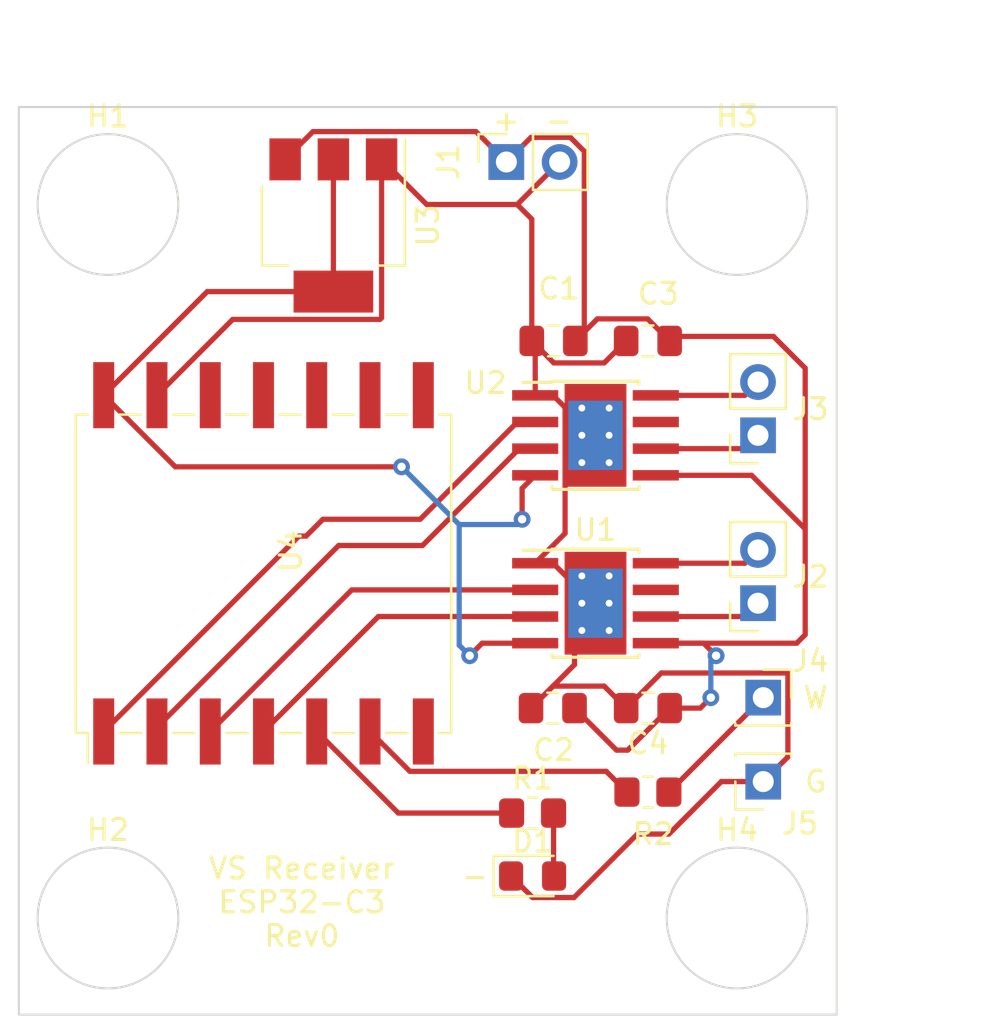
<source format=kicad_pcb>
(kicad_pcb (version 20211014) (generator pcbnew)
  (layers (0 "F.Cu" signal) (31 "B.Cu" signal) (34 "B.Paste" user) (35 "F.Paste" user) (36 "B.SilkS" user "B.Silkscreen") (37 "F.SilkS" user "F.Silkscreen") (38 "B.Mask" user) (39 "F.Mask" user) (44 "Edge.Cuts" user))
  (net 0 "")
  (net 1 "+12V")
  (net 2 "GND")
  (net 3 "Net-(D1-Pad2)")
  (net 4 "Net-(J2-Pad1)")
  (net 5 "Net-(J2-Pad2)")
  (net 6 "Net-(J3-Pad1)")
  (net 7 "Net-(J3-Pad2)")
  (net 8 "Net-(J4-Pad1)")
  (net 9 "Net-(R1-Pad1)")
  (net 10 "Net-(R2-Pad1)")
  (net 11 "Net-(U1-Pad2)")
  (net 12 "Net-(U1-Pad3)")
  (net 13 "+3V3")
  (net 15 "Net-(U2-Pad2)")
  (net 16 "Net-(U2-Pad3)")
  (footprint "MountingHole:MountingHole_3.2mm_M3" (layer "F.Cu") (at 180.75 115)
    (fp_text reference "H4" (at 0 -4.2) (layer "F.SilkS"))
    (fp_text value "MountingHole")
    (pad "" np_thru_hole circle (at 0 0) (size 3.2 3.2) (drill 3.2) (layers *.Cu *.Mask))
  )
  (footprint "Espressif:ESP32-C3" (layer "F.Cu") (at 159.9675 97.5125 90)
    (fp_text reference "U4" (at 0 -0.5 90 unlocked) (layer "F.SilkS"))
    (fp_text value "ESP32-C3-MINI-1")
    (fp_line (start 6.5 -6.12) (end 6.5 -5.1) (layer "F.SilkS") (width 0.12))
    (fp_line (start -8.675 4.04) (end -8.675 5.06) (layer "F.SilkS") (width 0.12))
    (fp_line (start -10.115 -10.18) (end -8.675 -10.18) (layer "F.SilkS") (width 0.12))
    (fp_line (start -8.675 -6.12) (end -8.675 -5.1) (layer "F.SilkS") (width 0.12))
    (fp_line (start 6.5 -1.04) (end 6.5 -0.02) (layer "F.SilkS") (width 0.12))
    (fp_line (start -8.675 -1.04) (end -8.675 -0.02) (layer "F.SilkS") (width 0.12))
    (fp_line (start -8.675 -10.75) (end -8.675 -10.18) (layer "F.SilkS") (width 0.12))
    (fp_line (start 6.5 6.58) (end 6.5 7.15) (layer "F.SilkS") (width 0.12))
    (fp_line (start 6.5 -3.58) (end 6.5 -2.56) (layer "F.SilkS") (width 0.12))
    (fp_line (start -8.675 1.5) (end -8.675 2.52) (layer "F.SilkS") (width 0.12))
    (fp_line (start -8.675 -10.75) (end 6.5 -10.75) (layer "F.SilkS") (width 0.12))
    (fp_line (start 6.5 -8.66) (end 6.5 -7.64) (layer "F.SilkS") (width 0.12))
    (fp_line (start 6.5 -10.75) (end 6.5 -10.18) (layer "F.SilkS") (width 0.12))
    (fp_line (start -8.675 6.58) (end -8.675 7.15) (layer "F.SilkS") (width 0.12))
    (fp_line (start 6.5 1.5) (end 6.5 2.52) (layer "F.SilkS") (width 0.12))
    (fp_line (start -8.675 -3.58) (end -8.675 -2.56) (layer "F.SilkS") (width 0.12))
    (fp_line (start 6.5 4.04) (end 6.5 5.06) (layer "F.SilkS") (width 0.12))
    (fp_line (start -8.675 -8.66) (end -8.675 -7.64) (layer "F.SilkS") (width 0.12))
    (fp_line (start -8.675 7.15) (end 6.5 7.15) (layer "F.SilkS") (width 0.12))
    (pad "1" smd rect (at 7.425 -6.88 90) (size 3.15 1) (layers "F.Cu" "F.Paste" "F.Mask") (net 2 "GND"))
    (pad "3" smd rect (at 7.425 -9.42 90) (size 3.15 1) (layers "F.Cu" "F.Paste" "F.Mask") (net 13 "+3V3"))
    (pad "5" smd rect (at -8.6 -4.34 90) (size 3.15 1) (layers "F.Cu" "F.Paste" "F.Mask") (net 11 "Net-(U1-Pad2)"))
    (pad "6" smd rect (at -8.6 -1.8 90) (size 3.15 1) (layers "F.Cu" "F.Paste" "F.Mask") (net 12 "Net-(U1-Pad3)"))
    (pad "12" smd rect (at -8.6 -9.42 90) (size 3.15 1) (layers "F.Cu" "F.Paste" "F.Mask") (net 15 "Net-(U2-Pad2)"))
    (pad "13" smd rect (at -8.6 -6.88 90) (size 3.15 1) (layers "F.Cu" "F.Paste" "F.Mask") (net 16 "Net-(U2-Pad3)"))
    (pad "16" smd rect (at 7.425 -1.8 90) (size 3.15 1) (layers "F.Cu" "F.Paste" "F.Mask"))
    (pad "18" smd rect (at -8.6 0.74 90) (size 3.15 1) (layers "F.Cu" "F.Paste" "F.Mask") (net 9 "Net-(R1-Pad1)"))
    (pad "19" smd rect (at -8.6 3.28 90) (size 3.15 1) (layers "F.Cu" "F.Paste" "F.Mask") (net 10 "Net-(R2-Pad1)"))
    (pad "20" smd rect (at -8.6 5.82 90) (size 3.15 1) (layers "F.Cu" "F.Paste" "F.Mask"))
    (pad "21" smd rect (at 7.425 5.82 90) (size 3.15 1) (layers "F.Cu" "F.Paste" "F.Mask"))
    (pad "22" smd rect (at 7.425 3.28 90) (size 3.15 1) (layers "F.Cu" "F.Paste" "F.Mask"))
    (pad "23" smd rect (at 7.425 0.74 90) (size 3.15 1) (layers "F.Cu" "F.Paste" "F.Mask"))
    (pad "35" smd rect (at 7.425 -4.34 90) (size 3.15 1) (layers "F.Cu" "F.Paste" "F.Mask"))
  )
  (footprint "Capacitor_SMD:C_0805_2012Metric_Pad1.18x1.45mm_HandSolder" (layer "F.Cu") (at 176.5 87.5 180)
    (fp_text reference "C3" (at -0.5 2.25) (layer "F.SilkS"))
    (fp_text value "47 uF")
    (fp_line (start -0.261252 -0.735) (end 0.261252 -0.735) (layer "F.SilkS") (width 0.12))
    (fp_line (start -0.261252 0.735) (end 0.261252 0.735) (layer "F.SilkS") (width 0.12))
    (pad "1" smd roundrect (at -1.0375 0 180) (size 1.175 1.45) (layers "F.Cu" "F.Paste" "F.Mask") (roundrect_rratio 0.2127659574) (net 1 "+12V"))
    (pad "2" smd roundrect (at 1.0375 0 180) (size 1.175 1.45) (layers "F.Cu" "F.Paste" "F.Mask") (roundrect_rratio 0.2127659574) (net 2 "GND"))
  )
  (footprint "MountingHole:MountingHole_3.2mm_M3" (layer "F.Cu") (at 180.75 81)
    (fp_text reference "H3" (at 0 -4.2) (layer "F.SilkS"))
    (fp_text value "MountingHole")
    (pad "" np_thru_hole circle (at 0 0) (size 3.2 3.2) (drill 3.2) (layers *.Cu *.Mask))
  )
  (footprint "Capacitor_SMD:C_0805_2012Metric_Pad1.18x1.45mm_HandSolder" (layer "F.Cu") (at 171.9625 105 180)
    (fp_text reference "C2" (at -0.0375 -2) (layer "F.SilkS"))
    (fp_text value "0.1 uF")
    (fp_line (start -0.261252 -0.735) (end 0.261252 -0.735) (layer "F.SilkS") (width 0.12))
    (fp_line (start -0.261252 0.735) (end 0.261252 0.735) (layer "F.SilkS") (width 0.12))
    (pad "1" smd roundrect (at -1.0375 0 180) (size 1.175 1.45) (layers "F.Cu" "F.Paste" "F.Mask") (roundrect_rratio 0.2127659574) (net 1 "+12V"))
    (pad "2" smd roundrect (at 1.0375 0 180) (size 1.175 1.45) (layers "F.Cu" "F.Paste" "F.Mask") (roundrect_rratio 0.2127659574) (net 2 "GND"))
  )
  (footprint "Resistor_SMD:R_0805_2012Metric_Pad1.20x1.40mm_HandSolder" (layer "F.Cu") (at 176.5 109)
    (fp_text reference "R2" (at 0.25 2) (layer "F.SilkS"))
    (fp_text value "200 ohm")
    (fp_line (start -0.227064 0.735) (end 0.227064 0.735) (layer "F.SilkS") (width 0.12))
    (fp_line (start -0.227064 -0.735) (end 0.227064 -0.735) (layer "F.SilkS") (width 0.12))
    (pad "1" smd roundrect (at -1 0) (size 1.2 1.4) (layers "F.Cu" "F.Paste" "F.Mask") (roundrect_rratio 0.2083333333) (net 10 "Net-(R2-Pad1)"))
    (pad "2" smd roundrect (at 1 0) (size 1.2 1.4) (layers "F.Cu" "F.Paste" "F.Mask") (roundrect_rratio 0.2083333333) (net 8 "Net-(J4-Pad1)"))
  )
  (footprint "Resistor_SMD:R_0805_2012Metric_Pad1.20x1.40mm_HandSolder" (layer "F.Cu") (at 171 110)
    (fp_text reference "R1" (at 0 -1.65) (layer "F.SilkS"))
    (fp_text value "680 ohm")
    (fp_line (start -0.227064 -0.735) (end 0.227064 -0.735) (layer "F.SilkS") (width 0.12))
    (fp_line (start -0.227064 0.735) (end 0.227064 0.735) (layer "F.SilkS") (width 0.12))
    (pad "1" smd roundrect (at -1 0) (size 1.2 1.4) (layers "F.Cu" "F.Paste" "F.Mask") (roundrect_rratio 0.2083333333) (net 9 "Net-(R1-Pad1)"))
    (pad "2" smd roundrect (at 1 0) (size 1.2 1.4) (layers "F.Cu" "F.Paste" "F.Mask") (roundrect_rratio 0.2083333333) (net 3 "Net-(D1-Pad2)"))
  )
  (footprint "Package_TO_SOT_SMD:SOT-223-3_TabPin2" (layer "F.Cu") (at 161.5 82 -90)
    (fp_text reference "U3" (at 0 -4.5 90) (layer "F.SilkS"))
    (fp_text value "AMS1117-3.3")
    (fp_line (start 1.91 -3.41) (end 1.91 -2.15) (layer "F.SilkS") (width 0.12))
    (fp_line (start -4.1 -3.41) (end 1.91 -3.41) (layer "F.SilkS") (width 0.12))
    (fp_line (start -1.85 3.41) (end 1.91 3.41) (layer "F.SilkS") (width 0.12))
    (fp_line (start 1.91 3.41) (end 1.91 2.15) (layer "F.SilkS") (width 0.12))
    (pad "1" smd rect (at -3.15 -2.3 270) (size 2 1.5) (layers "F.Cu" "F.Paste" "F.Mask") (net 2 "GND"))
    (pad "2" smd rect (at 3.15 0 270) (size 2 3.8) (layers "F.Cu" "F.Paste" "F.Mask") (net 13 "+3V3"))
    (pad "2" smd rect (at -3.15 0 270) (size 2 1.5) (layers "F.Cu" "F.Paste" "F.Mask") (net 13 "+3V3"))
    (pad "3" smd rect (at -3.15 2.3 270) (size 2 1.5) (layers "F.Cu" "F.Paste" "F.Mask") (net 1 "+12V"))
  )
  (footprint "Connector_PinSocket_2.54mm:PinSocket_1x01_P2.54mm_Vertical" (layer "F.Cu") (at 182 108.5 180)
    (fp_text reference "J5" (at -1.75 -2) (layer "F.SilkS"))
    (fp_text value "Conn_01x01_Female-weapon")
    (fp_line (start -1.33 1.33) (end 1.33 1.33) (layer "F.SilkS") (width 0.12))
    (fp_line (start 1.33 1.21) (end 1.33 1.33) (layer "F.SilkS") (width 0.12))
    (fp_line (start 1.33 -1.33) (end 1.33 0) (layer "F.SilkS") (width 0.12))
    (fp_line (start -1.33 1.21) (end -1.33 1.33) (layer "F.SilkS") (width 0.12))
    (fp_line (start 0 -1.33) (end 1.33 -1.33) (layer "F.SilkS") (width 0.12))
    (pad "1" thru_hole rect (at 0 0 180) (size 1.7 1.7) (drill 1) (layers *.Cu *.Mask) (net 2 "GND"))
  )
  (footprint "Connector_PinSocket_2.54mm:PinSocket_1x02_P2.54mm_Vertical" (layer "F.Cu") (at 181.75 100 180)
    (fp_text reference "J2" (at -2.5 1.27) (layer "F.SilkS"))
    (fp_text value "Conn_01x02_Female")
    (fp_line (start -1.33 1.27) (end -1.33 3.87) (layer "F.SilkS") (width 0.12))
    (fp_line (start 1.33 1.27) (end 1.33 3.87) (layer "F.SilkS") (width 0.12))
    (fp_line (start 0 -1.33) (end 1.33 -1.33) (layer "F.SilkS") (width 0.12))
    (fp_line (start -1.33 3.87) (end 1.33 3.87) (layer "F.SilkS") (width 0.12))
    (fp_line (start 1.33 -1.33) (end 1.33 0) (layer "F.SilkS") (width 0.12))
    (fp_line (start -1.33 1.27) (end 1.33 1.27) (layer "F.SilkS") (width 0.12))
    (pad "1" thru_hole rect (at 0 0 180) (size 1.7 1.7) (drill 1) (layers *.Cu *.Mask) (net 4 "Net-(J2-Pad1)"))
    (pad "2" thru_hole oval (at 0 2.54 180) (size 1.7 1.7) (drill 1) (layers *.Cu *.Mask) (net 5 "Net-(J2-Pad2)"))
  )
  (footprint "Capacitor_SMD:C_0805_2012Metric_Pad1.18x1.45mm_HandSolder" (layer "F.Cu") (at 176.5 105 180)
    (fp_text reference "C4" (at 0 -1.68) (layer "F.SilkS"))
    (fp_text value "47uF")
    (fp_line (start -0.261252 0.735) (end 0.261252 0.735) (layer "F.SilkS") (width 0.12))
    (fp_line (start -0.261252 -0.735) (end 0.261252 -0.735) (layer "F.SilkS") (width 0.12))
    (pad "1" smd roundrect (at -1.0375 0 180) (size 1.175 1.45) (layers "F.Cu" "F.Paste" "F.Mask") (roundrect_rratio 0.2127659574) (net 1 "+12V"))
    (pad "2" smd roundrect (at 1.0375 0 180) (size 1.175 1.45) (layers "F.Cu" "F.Paste" "F.Mask") (roundrect_rratio 0.2127659574) (net 2 "GND"))
  )
  (footprint "MountingHole:MountingHole_3.2mm_M3" (layer "F.Cu") (at 150.75 115)
    (fp_text reference "H2" (at 0 -4.2) (layer "F.SilkS"))
    (fp_text value "MountingHole")
    (pad "" np_thru_hole circle (at 0 0) (size 3.2 3.2) (drill 3.2) (layers *.Cu *.Mask))
  )
  (footprint "MountingHole:MountingHole_3.2mm_M3" (layer "F.Cu") (at 150.75 81)
    (fp_text reference "H1" (at 0 -4.2) (layer "F.SilkS"))
    (fp_text value "MountingHole")
    (pad "" np_thru_hole circle (at 0 0) (size 3.2 3.2) (drill 3.2) (layers *.Cu *.Mask))
  )
  (footprint "Connector_PinSocket_2.54mm:PinSocket_1x01_P2.54mm_Vertical" (layer "F.Cu") (at 182 104.5)
    (fp_text reference "J4" (at 2.25 -1.75) (layer "F.SilkS"))
    (fp_text value "Conn_01x01_Female-weapon")
    (fp_line (start 0 -1.33) (end 1.33 -1.33) (layer "F.SilkS") (width 0.12))
    (fp_line (start -1.33 1.33) (end 1.33 1.33) (layer "F.SilkS") (width 0.12))
    (fp_line (start 1.33 1.21) (end 1.33 1.33) (layer "F.SilkS") (width 0.12))
    (fp_line (start -1.33 1.21) (end -1.33 1.33) (layer "F.SilkS") (width 0.12))
    (fp_line (start 1.33 -1.33) (end 1.33 0) (layer "F.SilkS") (width 0.12))
    (pad "1" thru_hole rect (at 0 0) (size 1.7 1.7) (drill 1) (layers *.Cu *.Mask) (net 8 "Net-(J4-Pad1)"))
  )
  (footprint "Connector_PinSocket_2.54mm:PinSocket_1x02_P2.54mm_Vertical" (layer "F.Cu") (at 181.75 92 180)
    (fp_text reference "J3" (at -2.5 1.25) (layer "F.SilkS"))
    (fp_text value "Conn_01x02_Female")
    (fp_line (start -1.33 1.27) (end -1.33 3.87) (layer "F.SilkS") (width 0.12))
    (fp_line (start -1.33 3.87) (end 1.33 3.87) (layer "F.SilkS") (width 0.12))
    (fp_line (start 0 -1.33) (end 1.33 -1.33) (layer "F.SilkS") (width 0.12))
    (fp_line (start -1.33 1.27) (end 1.33 1.27) (layer "F.SilkS") (width 0.12))
    (fp_line (start 1.33 1.27) (end 1.33 3.87) (layer "F.SilkS") (width 0.12))
    (fp_line (start 1.33 -1.33) (end 1.33 0) (layer "F.SilkS") (width 0.12))
    (pad "1" thru_hole rect (at 0 0 180) (size 1.7 1.7) (drill 1) (layers *.Cu *.Mask) (net 6 "Net-(J3-Pad1)"))
    (pad "2" thru_hole oval (at 0 2.54 180) (size 1.7 1.7) (drill 1) (layers *.Cu *.Mask) (net 7 "Net-(J3-Pad2)"))
  )
  (footprint "Package_SO:Texas_HTSOP-8-1EP_3.9x4.9mm_P1.27mm_EP2.95x4.9mm_Mask2.4x3.1mm_ThermalVias" (layer "F.Cu") (at 174 100)
    (fp_text reference "U1" (at 0 -3.5) (layer "F.SilkS"))
    (fp_text value "DRV8870DDA")
    (fp_line (start -2.075 2.575) (end -2.075 2.43) (layer "F.SilkS") (width 0.15))
    (fp_line (start 2.075 2.575) (end 2.075 2.43) (layer "F.SilkS") (width 0.15))
    (fp_line (start -2.075 -2.575) (end -2.075 -2.525) (layer "F.SilkS") (width 0.15))
    (fp_line (start -2.075 2.575) (end 2.075 2.575) (layer "F.SilkS") (width 0.15))
    (fp_line (start -2.075 -2.525) (end -3.475 -2.525) (layer "F.SilkS") (width 0.15))
    (fp_line (start -2.075 -2.575) (end 2.075 -2.575) (layer "F.SilkS") (width 0.15))
    (fp_line (start 2.075 -2.575) (end 2.075 -2.43) (layer "F.SilkS") (width 0.15))
    (pad "1" smd rect (at -2.875 -1.905) (size 2.2 0.5) (layers "F.Cu" "F.Paste" "F.Mask") (net 2 "GND"))
    (pad "2" smd rect (at -2.875 -0.635) (size 2.2 0.5) (layers "F.Cu" "F.Paste" "F.Mask") (net 11 "Net-(U1-Pad2)"))
    (pad "3" smd rect (at -2.875 0.635) (size 2.2 0.5) (layers "F.Cu" "F.Paste" "F.Mask") (net 12 "Net-(U1-Pad3)"))
    (pad "4" smd rect (at -2.875 1.905) (size 2.2 0.5) (layers "F.Cu" "F.Paste" "F.Mask") (net 13 "+3V3"))
    (pad "5" smd rect (at 2.875 1.905) (size 2.2 0.5) (layers "F.Cu" "F.Paste" "F.Mask") (net 1 "+12V"))
    (pad "6" smd rect (at 2.875 0.635) (size 2.2 0.5) (layers "F.Cu" "F.Paste" "F.Mask") (net 4 "Net-(J2-Pad1)"))
    (pad "7" smd rect (at 2.875 -0.635) (size 2.2 0.5) (layers "F.Cu" "F.Paste" "F.Mask"))
    (pad "8" smd rect (at 2.875 -1.905) (size 2.2 0.5) (layers "F.Cu" "F.Paste" "F.Mask") (net 5 "Net-(J2-Pad2)"))
    (pad "9" thru_hole circle (at 0.65 1.3) (size 0.63 0.63) (drill 0.33) (layers *.Cu *.Mask) (net 2 "GND"))
    (pad "9" smd rect (at 0 0) (size 2.6 3.3) (layers "B.Cu") (net 2 "GND"))
    (pad "9" thru_hole circle (at -0.65 0) (size 0.63 0.63) (drill 0.33) (layers *.Cu *.Mask) (net 2 "GND"))
    (pad "9" thru_hole circle (at 0.65 0) (size 0.63 0.63) (drill 0.33) (layers *.Cu *.Mask) (net 2 "GND"))
    (pad "9" thru_hole circle (at 0.65 -1.3) (size 0.63 0.63) (drill 0.33) (layers *.Cu *.Mask) (net 2 "GND"))
    (pad "9" smd rect (at 0 0) (size 2.95 4.9) (layers "F.Cu") (net 2 "GND"))
    (pad "9" thru_hole circle (at -0.65 -1.3) (size 0.63 0.63) (drill 0.33) (layers *.Cu *.Mask) (net 2 "GND"))
    (pad "9" thru_hole circle (at -0.65 1.3) (size 0.63 0.63) (drill 0.33) (layers *.Cu *.Mask) (net 2 "GND"))
  )
  (footprint "LED_SMD:LED_0805_2012Metric_Pad1.15x1.40mm_HandSolder" (layer "F.Cu") (at 171 113)
    (fp_text reference "D1" (at 0 -1.65) (layer "F.SilkS"))
    (fp_text value "LED")
    (fp_line (start -1.86 -0.96) (end -1.86 0.96) (layer "F.SilkS") (width 0.12))
    (fp_line (start -1.86 0.96) (end 1 0.96) (layer "F.SilkS") (width 0.12))
    (fp_line (start 1 -0.96) (end -1.86 -0.96) (layer "F.SilkS") (width 0.12))
    (pad "1" smd roundrect (at -1.025 0) (size 1.15 1.4) (layers "F.Cu" "F.Paste" "F.Mask") (roundrect_rratio 0.2173913043) (net 2 "GND"))
    (pad "2" smd roundrect (at 1.025 0) (size 1.15 1.4) (layers "F.Cu" "F.Paste" "F.Mask") (roundrect_rratio 0.2173913043) (net 3 "Net-(D1-Pad2)"))
  )
  (footprint "Package_SO:Texas_HTSOP-8-1EP_3.9x4.9mm_P1.27mm_EP2.95x4.9mm_Mask2.4x3.1mm_ThermalVias" (layer "F.Cu") (at 174 92)
    (fp_text reference "U2" (at -5.25 -2.5) (layer "F.SilkS"))
    (fp_text value "DRV8870DDA")
    (fp_line (start 2.075 -2.575) (end 2.075 -2.43) (layer "F.SilkS") (width 0.15))
    (fp_line (start -2.075 2.575) (end -2.075 2.43) (layer "F.SilkS") (width 0.15))
    (fp_line (start 2.075 2.575) (end 2.075 2.43) (layer "F.SilkS") (width 0.15))
    (fp_line (start -2.075 -2.525) (end -3.475 -2.525) (layer "F.SilkS") (width 0.15))
    (fp_line (start -2.075 2.575) (end 2.075 2.575) (layer "F.SilkS") (width 0.15))
    (fp_line (start -2.075 -2.575) (end -2.075 -2.525) (layer "F.SilkS") (width 0.15))
    (fp_line (start -2.075 -2.575) (end 2.075 -2.575) (layer "F.SilkS") (width 0.15))
    (pad "1" smd rect (at -2.875 -1.905) (size 2.2 0.5) (layers "F.Cu" "F.Paste" "F.Mask") (net 2 "GND"))
    (pad "2" smd rect (at -2.875 -0.635) (size 2.2 0.5) (layers "F.Cu" "F.Paste" "F.Mask") (net 15 "Net-(U2-Pad2)"))
    (pad "3" smd rect (at -2.875 0.635) (size 2.2 0.5) (layers "F.Cu" "F.Paste" "F.Mask") (net 16 "Net-(U2-Pad3)"))
    (pad "4" smd rect (at -2.875 1.905) (size 2.2 0.5) (layers "F.Cu" "F.Paste" "F.Mask") (net 13 "+3V3"))
    (pad "5" smd rect (at 2.875 1.905) (size 2.2 0.5) (layers "F.Cu" "F.Paste" "F.Mask") (net 1 "+12V"))
    (pad "6" smd rect (at 2.875 0.635) (size 2.2 0.5) (layers "F.Cu" "F.Paste" "F.Mask") (net 6 "Net-(J3-Pad1)"))
    (pad "7" smd rect (at 2.875 -0.635) (size 2.2 0.5) (layers "F.Cu" "F.Paste" "F.Mask"))
    (pad "8" smd rect (at 2.875 -1.905) (size 2.2 0.5) (layers "F.Cu" "F.Paste" "F.Mask") (net 7 "Net-(J3-Pad2)"))
    (pad "9" thru_hole circle (at 0.65 1.3) (size 0.63 0.63) (drill 0.33) (layers *.Cu *.Mask) (net 2 "GND"))
    (pad "9" smd rect (at 0 0) (size 2.6 3.3) (layers "B.Cu") (net 2 "GND"))
    (pad "9" thru_hole circle (at -0.65 0) (size 0.63 0.63) (drill 0.33) (layers *.Cu *.Mask) (net 2 "GND"))
    (pad "9" thru_hole circle (at -0.65 -1.3) (size 0.63 0.63) (drill 0.33) (layers *.Cu *.Mask) (net 2 "GND"))
    (pad "9" thru_hole circle (at -0.65 1.3) (size 0.63 0.63) (drill 0.33) (layers *.Cu *.Mask) (net 2 "GND"))
    (pad "9" smd rect (at 0 0) (size 2.95 4.9) (layers "F.Cu") (net 2 "GND"))
    (pad "9" thru_hole circle (at 0.65 -1.3) (size 0.63 0.63) (drill 0.33) (layers *.Cu *.Mask) (net 2 "GND"))
    (pad "9" thru_hole circle (at 0.65 0) (size 0.63 0.63) (drill 0.33) (layers *.Cu *.Mask) (net 2 "GND"))
  )
  (footprint "Connector_PinSocket_2.54mm:PinSocket_1x02_P2.54mm_Vertical" (layer "F.Cu") (at 169.75 78.975 90)
    (fp_text reference "J1" (at 0 -2.77 90) (layer "F.SilkS"))
    (fp_text value "Conn_01x02_Female")
    (fp_line (start -1.33 1.27) (end -1.33 3.87) (layer "F.SilkS") (width 0.12))
    (fp_line (start -1.33 1.27) (end 1.33 1.27) (layer "F.SilkS") (width 0.12))
    (fp_line (start 0 -1.33) (end 1.33 -1.33) (layer "F.SilkS") (width 0.12))
    (fp_line (start 1.33 1.27) (end 1.33 3.87) (layer "F.SilkS") (width 0.12))
    (fp_line (start -1.33 3.87) (end 1.33 3.87) (layer "F.SilkS") (width 0.12))
    (fp_line (start 1.33 -1.33) (end 1.33 0) (layer "F.SilkS") (width 0.12))
    (pad "1" thru_hole rect (at 0 0 90) (size 1.7 1.7) (drill 1) (layers *.Cu *.Mask) (net 1 "+12V"))
    (pad "2" thru_hole oval (at 0 2.54 90) (size 1.7 1.7) (drill 1) (layers *.Cu *.Mask) (net 2 "GND"))
  )
  (footprint "Capacitor_SMD:C_0805_2012Metric_Pad1.18x1.45mm_HandSolder" (layer "F.Cu") (at 172 87.5 180)
    (fp_text reference "C1" (at -0.25 2.5) (layer "F.SilkS"))
    (fp_text value ".1 uF")
    (fp_line (start -0.261252 0.735) (end 0.261252 0.735) (layer "F.SilkS") (width 0.12))
    (fp_line (start -0.261252 -0.735) (end 0.261252 -0.735) (layer "F.SilkS") (width 0.12))
    (pad "1" smd roundrect (at -1.0375 0 180) (size 1.175 1.45) (layers "F.Cu" "F.Paste" "F.Mask") (roundrect_rratio 0.2127659574) (net 1 "+12V"))
    (pad "2" smd roundrect (at 1.0375 0 180) (size 1.175 1.45) (layers "F.Cu" "F.Paste" "F.Mask") (roundrect_rratio 0.2127659574) (net 2 "GND"))
  )
  (gr_circle (center 150.75 115) (end 153.75 116.5) (layer "Edge.Cuts") (width 0.1) (fill none))
  (gr_rect (start 146.5 76.354101) (end 185.5 119.604101) (layer "Edge.Cuts") (width 0.1) (fill none))
  (gr_circle (center 180.75 81) (end 183.75 82.5) (layer "Edge.Cuts") (width 0.1) (fill none))
  (gr_circle (center 150.75 81) (end 153.75 82.5) (layer "Edge.Cuts") (width 0.1) (fill none))
  (gr_circle (center 180.75 115) (end 183.75 116.5) (layer "Edge.Cuts") (width 0.1) (fill none))
  (gr_text "-" (at 172.25 77) (layer "F.SilkS") (effects (font (size 1 1))))
  (gr_text "G" (at 184.5 108.5) (layer "F.SilkS") (effects (font (size 1 1))))
  (gr_text "+" (at 169.75 77) (layer "F.SilkS") (effects (font (size 1 1))))
  (gr_text "VS Receiver\nESP32-C3\nRev0" (at 160 114.25) (layer "F.SilkS") (effects (font (size 1 1))))
  (gr_text "W" (at 184.5 104.5) (layer "F.SilkS") (effects (font (size 1 1))))
  (gr_text "-" (at 168.25 113) (layer "F.SilkS") (effects (font (size 1 1))))
  (segment (start 173 105) (end 175 107) (width 0.25) (layer "F.Cu") (net 1))
  (segment (start 173.464511 87.072989) (end 173.464511 78.464511) (width 0.25) (layer "F.Cu") (net 1))
  (segment (start 184 88.79899) (end 184 96.460978) (width 0.25) (layer "F.Cu") (net 1))
  (segment (start 160.524511 77.525489) (end 159.2 78.85) (width 0.25) (layer "F.Cu") (net 1))
  (segment (start 179.75 102.5) (end 179.155 101.905) (width 0.25) (layer "F.Cu") (net 1))
  (segment (start 179.155 101.905) (end 176.875 101.905) (width 0.25) (layer "F.Cu") (net 1))
  (segment (start 172.800489 77.800489) (end 170.924511 77.800489) (width 0.25) (layer "F.Cu") (net 1))
  (segment (start 181.444022 93.905) (end 176.875 93.905) (width 0.25) (layer "F.Cu") (net 1))
  (segment (start 177.5375 87.5) (end 177.752011 87.285489) (width 0.25) (layer "F.Cu") (net 1))
  (segment (start 177.752011 87.285489) (end 182.486499 87.285489) (width 0.25) (layer "F.Cu") (net 1))
  (segment (start 176.48798 86.45048) (end 174.08702 86.45048) (width 0.25) (layer "F.Cu") (net 1))
  (segment (start 170.924511 77.800489) (end 169.75 78.975) (width 0.25) (layer "F.Cu") (net 1))
  (segment (start 168.300489 77.525489) (end 160.524511 77.525489) (width 0.25) (layer "F.Cu") (net 1))
  (segment (start 184 101.5) (end 184 96.460978) (width 0.25) (layer "F.Cu") (net 1))
  (segment (start 173.0375 87.5) (end 173.464511 87.072989) (width 0.25) (layer "F.Cu") (net 1))
  (segment (start 173.464511 78.464511) (end 172.800489 77.800489) (width 0.25) (layer "F.Cu") (net 1))
  (segment (start 183.595 101.905) (end 184 101.5) (width 0.25) (layer "F.Cu") (net 1))
  (segment (start 175.5375 107) (end 177.5375 105) (width 0.25) (layer "F.Cu") (net 1))
  (segment (start 182.486499 87.285489) (end 184 88.79899) (width 0.25) (layer "F.Cu") (net 1))
  (segment (start 184 96.460978) (end 181.444022 93.905) (width 0.25) (layer "F.Cu") (net 1))
  (segment (start 174.08702 86.45048) (end 173.0375 87.5) (width 0.25) (layer "F.Cu") (net 1))
  (segment (start 179 105) (end 179.5 104.5) (width 0.25) (layer "F.Cu") (net 1))
  (segment (start 177.5375 87.5) (end 176.48798 86.45048) (width 0.25) (layer "F.Cu") (net 1))
  (segment (start 177.5375 105) (end 179 105) (width 0.25) (layer "F.Cu") (net 1))
  (segment (start 176.875 101.905) (end 183.595 101.905) (width 0.25) (layer "F.Cu") (net 1))
  (segment (start 175 107) (end 175.5375 107) (width 0.25) (layer "F.Cu") (net 1))
  (segment (start 169.75 78.975) (end 168.300489 77.525489) (width 0.25) (layer "F.Cu") (net 1))
  (via (at 179.5 104.5) (size 0.8) (drill 0.4) (layers "F.Cu" "B.Cu") (net 1))
  (via (at 179.75 102.5) (size 0.8) (drill 0.4) (layers "F.Cu" "B.Cu") (net 1))
  (segment (start 179.5 104.5) (end 179.5 102.75) (width 0.25) (layer "B.Cu") (net 1))
  (segment (start 179.5 102.75) (end 179.75 102.5) (width 0.25) (layer "B.Cu") (net 1))
  (segment (start 173 102.925) (end 170.925 105) (width 0.25) (layer "F.Cu") (net 2))
  (segment (start 163.8 86.399022) (end 163.8 78.85) (width 0.25) (layer "F.Cu") (net 2))
  (segment (start 180 108.5) (end 182 108.5) (width 0.25) (layer "F.Cu") (net 2))
  (segment (start 171.975 98.095) (end 173 99.12) (width 0.25) (layer "F.Cu") (net 2))
  (segment (start 169.975 113) (end 170.99952 114.02452) (width 0.25) (layer "F.Cu") (net 2))
  (segment (start 171.97452 103.95048) (end 170.925 105) (width 0.25) (layer "F.Cu") (net 2))
  (segment (start 170.265 81) (end 172.29 78.975) (width 0.25) (layer "F.Cu") (net 2))
  (segment (start 172.549511 96.670489) (end 171.125 98.095) (width 0.25) (layer "F.Cu") (net 2))
  (segment (start 175.4625 105) (end 174.41298 103.95048) (width 0.25) (layer "F.Cu") (net 2))
  (segment (start 171.125 98.095) (end 171.975 98.095) (width 0.25) (layer "F.Cu") (net 2))
  (segment (start 156.700489 86.474511) (end 163.724511 86.474511) (width 0.25) (layer "F.Cu") (net 2))
  (segment (start 182 108.5) (end 183.174511 107.325489) (width 0.25) (layer "F.Cu") (net 2))
  (segment (start 172.549511 90.669511) (end 172.549511 96.670489) (width 0.25) (layer "F.Cu") (net 2))
  (segment (start 170.9625 87.5) (end 171.125 87.6625) (width 0.25) (layer "F.Cu") (net 2))
  (segment (start 163.8 78.85) (end 165.95 81) (width 0.25) (layer "F.Cu") (net 2))
  (segment (start 163.724511 86.474511) (end 163.8 86.399022) (width 0.25) (layer "F.Cu") (net 2))
  (segment (start 177.137011 103.325489) (end 175.4625 105) (width 0.25) (layer "F.Cu") (net 2))
  (segment (start 173 99.12) (end 173 102.925) (width 0.25) (layer "F.Cu") (net 2))
  (segment (start 165.95 81) (end 170.265 81) (width 0.25) (layer "F.Cu") (net 2))
  (segment (start 153.0875 90.0875) (end 156.700489 86.474511) (width 0.25) (layer "F.Cu") (net 2))
  (segment (start 183.174511 103.325489) (end 177.137011 103.325489) (width 0.25) (layer "F.Cu") (net 2))
  (segment (start 183.174511 107.325489) (end 183.174511 103.325489) (width 0.25) (layer "F.Cu") (net 2))
  (segment (start 171.975 90.095) (end 171.125 90.095) (width 0.25) (layer "F.Cu") (net 2))
  (segment (start 174.41298 103.95048) (end 171.97452 103.95048) (width 0.25) (layer "F.Cu") (net 2))
  (segment (start 174.41298 88.54952) (end 172.01202 88.54952) (width 0.25) (layer "F.Cu") (net 2))
  (segment (start 171.125 87.6625) (end 171.125 90.095) (width 0.25) (layer "F.Cu") (net 2))
  (segment (start 175.4625 87.5) (end 174.41298 88.54952) (width 0.25) (layer "F.Cu") (net 2))
  (segment (start 176 111) (end 177.5 111) (width 0.25) (layer "F.Cu") (net 2))
  (segment (start 172.97548 114.02452) (end 176 111) (width 0.25) (layer "F.Cu") (net 2))
  (segment (start 170.99952 114.02452) (end 172.97548 114.02452) (width 0.25) (layer "F.Cu") (net 2))
  (segment (start 177.5 111) (end 180 108.5) (width 0.25) (layer "F.Cu") (net 2))
  (segment (start 171.975 90.095) (end 172.549511 90.669511) (width 0.25) (layer "F.Cu") (net 2))
  (segment (start 170.9625 87.5) (end 170.9625 81.6975) (width 0.25) (layer "F.Cu") (net 2))
  (segment (start 172.01202 88.54952) (end 170.9625 87.5) (width 0.25) (layer "F.Cu") (net 2))
  (segment (start 170.9625 81.6975) (end 170.265 81) (width 0.25) (layer "F.Cu") (net 2))
  (segment (start 172 110) (end 172 112.975) (width 0.25) (layer "F.Cu") (net 3))
  (segment (start 172 112.975) (end 172.025 113) (width 0.25) (layer "F.Cu") (net 3))
  (segment (start 176.875 100.635) (end 181.115 100.635) (width 0.25) (layer "F.Cu") (net 4))
  (segment (start 181.115 100.635) (end 181.75 100) (width 0.25) (layer "F.Cu") (net 4))
  (segment (start 181.115 98.095) (end 181.75 97.46) (width 0.25) (layer "F.Cu") (net 5))
  (segment (start 176.875 98.095) (end 181.115 98.095) (width 0.25) (layer "F.Cu") (net 5))
  (segment (start 176.875 92.635) (end 181.115 92.635) (width 0.25) (layer "F.Cu") (net 6))
  (segment (start 181.115 92.635) (end 181.75 92) (width 0.25) (layer "F.Cu") (net 6))
  (segment (start 176.875 90.095) (end 181.115 90.095) (width 0.25) (layer "F.Cu") (net 7))
  (segment (start 181.115 90.095) (end 181.75 89.46) (width 0.25) (layer "F.Cu") (net 7))
  (segment (start 177.5 109) (end 182 104.5) (width 0.25) (layer "F.Cu") (net 8))
  (segment (start 170 110) (end 164.595 110) (width 0.25) (layer "F.Cu") (net 9))
  (segment (start 164.595 110) (end 160.7075 106.1125) (width 0.25) (layer "F.Cu") (net 9))
  (segment (start 174.512011 108.012011) (end 175.5 109) (width 0.25) (layer "F.Cu") (net 10))
  (segment (start 165.147011 108.012011) (end 174.512011 108.012011) (width 0.25) (layer "F.Cu") (net 10))
  (segment (start 163.2475 106.1125) (end 165.147011 108.012011) (width 0.25) (layer "F.Cu") (net 10))
  (segment (start 155.6275 106.1125) (end 162.375 99.365) (width 0.25) (layer "F.Cu") (net 11))
  (segment (start 162.375 99.365) (end 171.125 99.365) (width 0.25) (layer "F.Cu") (net 11))
  (segment (start 163.645 100.635) (end 171.125 100.635) (width 0.25) (layer "F.Cu") (net 12))
  (segment (start 158.1675 106.1125) (end 163.645 100.635) (width 0.25) (layer "F.Cu") (net 12))
  (segment (start 170.5 96) (end 170.5 94.53) (width 0.25) (layer "F.Cu") (net 13))
  (segment (start 168.595 101.905) (end 171.125 101.905) (width 0.25) (layer "F.Cu") (net 13))
  (segment (start 170.5 94.53) (end 171.125 93.905) (width 0.25) (layer "F.Cu") (net 13))
  (segment (start 155.485 85.15) (end 161.5 85.15) (width 0.25) (layer "F.Cu") (net 13))
  (segment (start 150.5475 90.0875) (end 155.485 85.15) (width 0.25) (layer "F.Cu") (net 13))
  (segment (start 153.96 93.5) (end 164.75 93.5) (width 0.25) (layer "F.Cu") (net 13))
  (segment (start 168 102.5) (end 168.595 101.905) (width 0.25) (layer "F.Cu") (net 13))
  (segment (start 150.5475 90.0875) (end 153.96 93.5) (width 0.25) (layer "F.Cu") (net 13))
  (segment (start 161.5 78.85) (end 161.5 85.15) (width 0.25) (layer "F.Cu") (net 13))
  (via (at 168 102.5) (size 0.8) (drill 0.4) (layers "F.Cu" "B.Cu") (net 13))
  (via (at 170.5 96) (size 0.8) (drill 0.4) (layers "F.Cu" "B.Cu") (net 13))
  (via (at 164.75 93.5) (size 0.8) (drill 0.4) (layers "F.Cu" "B.Cu") (net 13))
  (segment (start 167.5 96.25) (end 170.25 96.25) (width 0.25) (layer "B.Cu") (net 13))
  (segment (start 170.25 96.25) (end 170.5 96) (width 0.25) (layer "B.Cu") (net 13))
  (segment (start 167.5 96.25) (end 167.5 102) (width 0.25) (layer "B.Cu") (net 13))
  (segment (start 167.5 102) (end 168 102.5) (width 0.25) (layer "B.Cu") (net 13))
  (segment (start 164.75 93.5) (end 167.5 96.25) (width 0.25) (layer "B.Cu") (net 13))
  (segment (start 159.85952 96.80048) (end 160.19952 96.80048) (width 0.25) (layer "F.Cu") (net 15))
  (segment (start 150.5475 106.1125) (end 159.85952 96.80048) (width 0.25) (layer "F.Cu") (net 15))
  (segment (start 170.275 91.365) (end 171.125 91.365) (width 0.25) (layer "F.Cu") (net 15))
  (segment (start 165.64 96) (end 170.275 91.365) (width 0.25) (layer "F.Cu") (net 15))
  (segment (start 160.19952 96.80048) (end 161 96) (width 0.25) (layer "F.Cu") (net 15))
  (segment (start 161 96) (end 165.64 96) (width 0.25) (layer "F.Cu") (net 15))
  (segment (start 153.0875 105.9125) (end 161.75 97.25) (width 0.25) (layer "F.Cu") (net 16))
  (segment (start 161.75 97.25) (end 165.75 97.25) (width 0.25) (layer "F.Cu") (net 16))
  (segment (start 170.365 92.635) (end 171.125 92.635) (width 0.25) (layer "F.Cu") (net 16))
  (segment (start 153.0875 106.1125) (end 153.0875 105.9125) (width 0.25) (layer "F.Cu") (net 16))
  (segment (start 165.75 97.25) (end 170.365 92.635) (width 0.25) (layer "F.Cu") (net 16))
)
</source>
